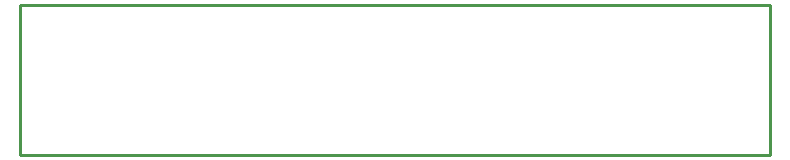
<source format=gbr>
G04 start of page 4 for group 2 idx 2 *
G04 Title: (unknown), outline *
G04 Creator: pcb 20110918 *
G04 CreationDate: Sat 30 Jan 2016 03:31:44 AM GMT UTC *
G04 For: railfan *
G04 Format: Gerber/RS-274X *
G04 PCB-Dimensions: 250000 50000 *
G04 PCB-Coordinate-Origin: lower left *
%MOIN*%
%FSLAX25Y25*%
%LNOUTLINE*%
%ADD33C,0.0100*%
G54D33*X0Y50000D02*Y0D01*
X250000D02*Y50000D01*
X0D01*
Y0D02*X250000D01*
M02*

</source>
